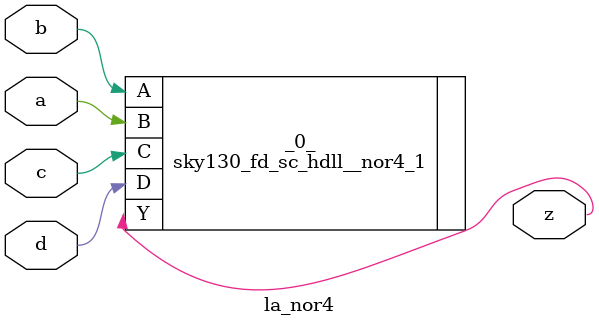
<source format=v>

/* Generated by Yosys 0.37 (git sha1 a5c7f69ed, clang 14.0.0-1ubuntu1.1 -fPIC -Os) */

module la_nor4(a, b, c, d, z);
  input a;
  wire a;
  input b;
  wire b;
  input c;
  wire c;
  input d;
  wire d;
  output z;
  wire z;
  sky130_fd_sc_hdll__nor4_1 _0_ (
    .A(b),
    .B(a),
    .C(c),
    .D(d),
    .Y(z)
  );
endmodule

</source>
